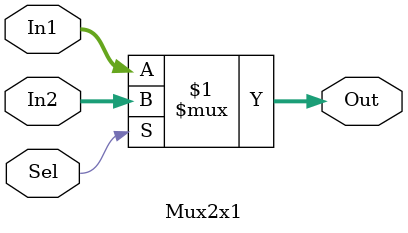
<source format=v>
/*
 *		Module		:	Mux_Nx1
 * 	Description	: 	N x 1 Multiplexer
 *		Inputs		: 	In  [of N-bit]
 *
 *		Outputs		: 	Out [of 1-bit]
 */

module Mux2x1
#(
	parameter W = 4
)
(
	input 	wire [W-1:0] 	In1,
	input 	wire [W-1:0] 	In2,
	input 	wire  			Sel,
	output 	wire [W-1:0]	Out
);

	assign Out = (Sel) ? In2 : In1;

endmodule

</source>
